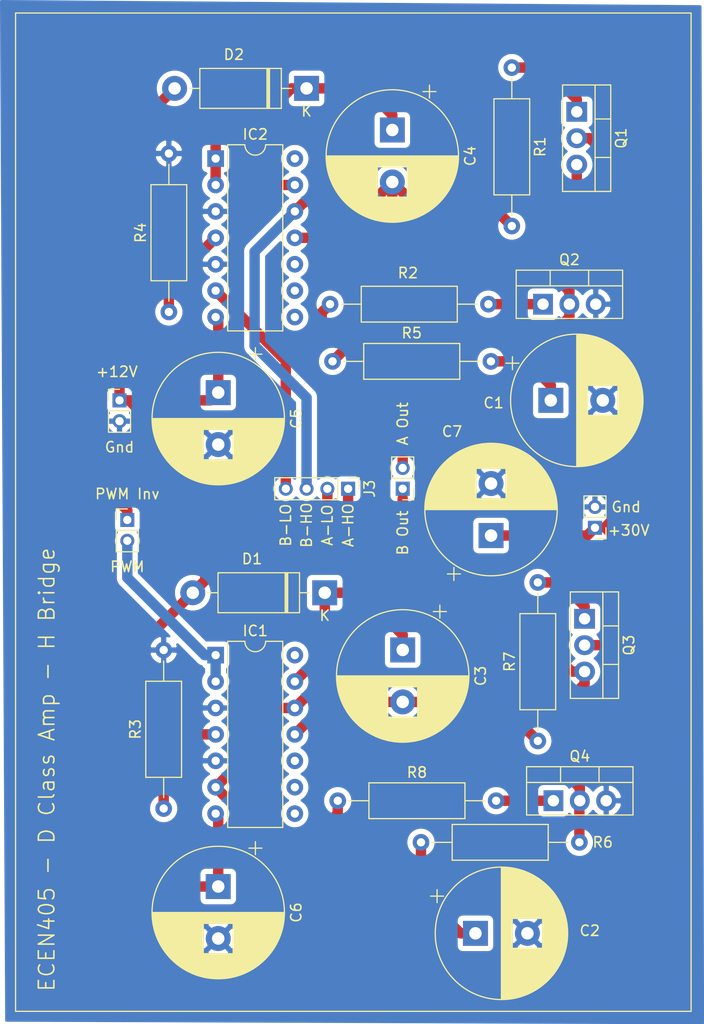
<source format=kicad_pcb>
(kicad_pcb (version 20171130) (host pcbnew 5.1.5+dfsg1-2build2)
  (layers (0 F.Cu signal) (31 B.Cu signal) (34 B.Paste user) (35 F.Paste user) (36 B.SilkS user) (37 F.SilkS user) (38 B.Mask user) (39 F.Mask user) (44 Edge.Cuts user))
  (net 0 "")
  (net 1 "Net-(C1-Pad1)")
  (net 2 GND)
  (net 3 "Net-(C2-Pad1)")
  (net 4 "Net-(C3-Pad1)")
  (net 5 AVS)
  (net 6 BVS)
  (net 7 "Net-(C4-Pad1)")
  (net 8 +12V)
  (net 9 PWM)
  (net 10 "Net-(IC1-Pad8)")
  (net 11 "Net-(IC1-Pad9)")
  (net 12 "Net-(IC1-Pad10)")
  (net 13 "Net-(IC1-Pad4)")
  (net 14 AHO)
  (net 15 ALO)
  (net 16 "Net-(IC1-Pad14)")
  (net 17 "Net-(IC2-Pad14)")
  (net 18 BLO)
  (net 19 BHO)
  (net 20 "Net-(IC2-Pad4)")
  (net 21 "Net-(IC2-Pad10)")
  (net 22 "Net-(IC2-Pad9)")
  (net 23 PWMInv)
  (net 24 "Net-(IC2-Pad8)")
  (net 25 +24V)
  (net 26 "Net-(Q1-Pad1)")
  (net 27 "Net-(Q2-Pad1)")
  (net 28 "Net-(Q3-Pad1)")
  (net 29 "Net-(Q4-Pad1)")
  (module Connector_PinHeader_2.00mm:PinHeader_1x02_P2.00mm_Vertical (layer F.Cu) (at 97.25 79.75 180)
    (fp_text reference J1 hide)
    (fp_text value ToFilterConnector)
    (pad 1 thru_hole rect (at 0 0 180) (size 1.35 1.35) (drill 0.8) (layers *.Cu *.Mask) (net 5 AVS))
    (pad 2 thru_hole oval (at 0 2 180) (size 1.35 1.35) (drill 0.8) (layers *.Cu *.Mask) (net 6 BVS))
  )
  (module Capacitor_THT:CP_Radial_D12.5mm_P5.00mm (layer F.Cu) (at 105.75 84.25 90)
    (fp_text reference C7 (at 10 -3.75 180) (layer F.SilkS))
    (fp_text value C)
    (pad 1 thru_hole rect (at 0 0 90) (size 2.4 2.4) (drill 1.2) (layers *.Cu *.Mask) (net 25 +24V))
    (pad 2 thru_hole circle (at 5 0 90) (size 2.4 2.4) (drill 1.2) (layers *.Cu *.Mask) (net 2 GND))
  )
  (module Capacitor_THT:CP_Radial_D12.5mm_P5.00mm (layer F.Cu) (at 111.5 71.25)
    (fp_text reference C1 (at -5.5 0.25) (layer F.SilkS))
    (fp_text value C)
    (pad 1 thru_hole rect (at 0 0) (size 2.4 2.4) (drill 1.2) (layers *.Cu *.Mask) (net 1 "Net-(C1-Pad1)"))
    (pad 2 thru_hole circle (at 5 0) (size 2.4 2.4) (drill 1.2) (layers *.Cu *.Mask) (net 2 GND))
  )
  (module Capacitor_THT:CP_Radial_D12.5mm_P5.00mm (layer F.Cu) (at 104.25 122.5)
    (fp_text reference C2 (at 11 -0.25) (layer F.SilkS))
    (fp_text value C)
    (pad 1 thru_hole rect (at 0 0) (size 2.4 2.4) (drill 1.2) (layers *.Cu *.Mask) (net 3 "Net-(C2-Pad1)"))
    (pad 2 thru_hole circle (at 5 0) (size 2.4 2.4) (drill 1.2) (layers *.Cu *.Mask) (net 2 GND))
  )
  (module Capacitor_THT:CP_Radial_D12.5mm_P5.00mm (layer F.Cu) (at 97.25 95.25 270)
    (fp_text reference C3 (at 2.5 -7.5 90) (layer F.SilkS))
    (fp_text value C)
    (pad 1 thru_hole rect (at 0 0 270) (size 2.4 2.4) (drill 1.2) (layers *.Cu *.Mask) (net 4 "Net-(C3-Pad1)"))
    (pad 2 thru_hole circle (at 5 0 270) (size 2.4 2.4) (drill 1.2) (layers *.Cu *.Mask) (net 5 AVS))
  )
  (module Capacitor_THT:CP_Radial_D12.5mm_P5.00mm (layer F.Cu) (at 96.25 45.25 270)
    (fp_text reference C4 (at 2.5 -7.5 90) (layer F.SilkS))
    (fp_text value C)
    (pad 2 thru_hole circle (at 5 0 270) (size 2.4 2.4) (drill 1.2) (layers *.Cu *.Mask) (net 6 BVS))
    (pad 1 thru_hole rect (at 0 0 270) (size 2.4 2.4) (drill 1.2) (layers *.Cu *.Mask) (net 7 "Net-(C4-Pad1)"))
  )
  (module Capacitor_THT:CP_Radial_D12.5mm_P5.00mm (layer F.Cu) (at 79.5 70.5 270)
    (fp_text reference C5 (at 2.5 -7.5 90) (layer F.SilkS))
    (fp_text value C)
    (pad 2 thru_hole circle (at 5 0 270) (size 2.4 2.4) (drill 1.2) (layers *.Cu *.Mask) (net 2 GND))
    (pad 1 thru_hole rect (at 0 0 270) (size 2.4 2.4) (drill 1.2) (layers *.Cu *.Mask) (net 8 +12V))
  )
  (module Capacitor_THT:CP_Radial_D12.5mm_P5.00mm (layer F.Cu) (at 79.5 118 270)
    (fp_text reference C6 (at 2.5 -7.5 90) (layer F.SilkS))
    (fp_text value C)
    (pad 2 thru_hole circle (at 5 0 270) (size 2.4 2.4) (drill 1.2) (layers *.Cu *.Mask) (net 2 GND))
    (pad 1 thru_hole rect (at 0 0 270) (size 2.4 2.4) (drill 1.2) (layers *.Cu *.Mask) (net 8 +12V))
  )
  (module Diode_THT:D_DO-15_P12.70mm_Horizontal (layer F.Cu) (at 89.75 89.75 180)
    (fp_text reference D1 (at 7 3.25) (layer F.SilkS))
    (fp_text value D)
    (fp_text user K (at 0 -2.2) (layer F.SilkS))
    (pad 1 thru_hole rect (at 0 0 180) (size 2.4 2.4) (drill 1.2) (layers *.Cu *.Mask) (net 4 "Net-(C3-Pad1)"))
    (pad 2 thru_hole oval (at 12.7 0 180) (size 2.4 2.4) (drill 1.2) (layers *.Cu *.Mask) (net 8 +12V))
  )
  (module Diode_THT:D_DO-15_P12.70mm_Horizontal (layer F.Cu) (at 88 41.25 180)
    (fp_text reference D2 (at 7 3.25) (layer F.SilkS))
    (fp_text value D)
    (fp_text user K (at 0 -2.2) (layer F.SilkS))
    (pad 2 thru_hole oval (at 12.7 0 180) (size 2.4 2.4) (drill 1.2) (layers *.Cu *.Mask) (net 8 +12V))
    (pad 1 thru_hole rect (at 0 0 180) (size 2.4 2.4) (drill 1.2) (layers *.Cu *.Mask) (net 7 "Net-(C4-Pad1)"))
  )
  (module Package_DIP:DIP-14_W7.62mm (layer F.Cu) (at 79.25 95.75)
    (fp_text reference IC1 (at 3.81 -2.33) (layer F.SilkS))
    (fp_text value IR21834PBF)
    (pad 1 thru_hole rect (at 0 0) (size 1.6 1.6) (drill 0.8) (layers *.Cu *.Mask) (net 9 PWM))
    (pad 8 thru_hole oval (at 7.62 15.24) (size 1.6 1.6) (drill 0.8) (layers *.Cu *.Mask) (net 10 "Net-(IC1-Pad8)"))
    (pad 2 thru_hole oval (at 0 2.54) (size 1.6 1.6) (drill 0.8) (layers *.Cu *.Mask) (net 9 PWM))
    (pad 9 thru_hole oval (at 7.62 12.7) (size 1.6 1.6) (drill 0.8) (layers *.Cu *.Mask) (net 11 "Net-(IC1-Pad9)"))
    (pad 3 thru_hole oval (at 0 5.08) (size 1.6 1.6) (drill 0.8) (layers *.Cu *.Mask) (net 2 GND))
    (pad 10 thru_hole oval (at 7.62 10.16) (size 1.6 1.6) (drill 0.8) (layers *.Cu *.Mask) (net 12 "Net-(IC1-Pad10)"))
    (pad 4 thru_hole oval (at 0 7.62) (size 1.6 1.6) (drill 0.8) (layers *.Cu *.Mask) (net 13 "Net-(IC1-Pad4)"))
    (pad 11 thru_hole oval (at 7.62 7.62) (size 1.6 1.6) (drill 0.8) (layers *.Cu *.Mask) (net 5 AVS))
    (pad 5 thru_hole oval (at 0 10.16) (size 1.6 1.6) (drill 0.8) (layers *.Cu *.Mask) (net 2 GND))
    (pad 12 thru_hole oval (at 7.62 5.08) (size 1.6 1.6) (drill 0.8) (layers *.Cu *.Mask) (net 14 AHO))
    (pad 6 thru_hole oval (at 0 12.7) (size 1.6 1.6) (drill 0.8) (layers *.Cu *.Mask) (net 15 ALO))
    (pad 13 thru_hole oval (at 7.62 2.54) (size 1.6 1.6) (drill 0.8) (layers *.Cu *.Mask) (net 4 "Net-(C3-Pad1)"))
    (pad 7 thru_hole oval (at 0 15.24) (size 1.6 1.6) (drill 0.8) (layers *.Cu *.Mask) (net 8 +12V))
    (pad 14 thru_hole oval (at 7.62 0) (size 1.6 1.6) (drill 0.8) (layers *.Cu *.Mask) (net 16 "Net-(IC1-Pad14)"))
  )
  (module Package_DIP:DIP-14_W7.62mm (layer F.Cu) (at 79.25 48)
    (fp_text reference IC2 (at 3.81 -2.33) (layer F.SilkS))
    (fp_text value IR21834PBF)
    (pad 14 thru_hole oval (at 7.62 0) (size 1.6 1.6) (drill 0.8) (layers *.Cu *.Mask) (net 17 "Net-(IC2-Pad14)"))
    (pad 7 thru_hole oval (at 0 15.24) (size 1.6 1.6) (drill 0.8) (layers *.Cu *.Mask) (net 8 +12V))
    (pad 13 thru_hole oval (at 7.62 2.54) (size 1.6 1.6) (drill 0.8) (layers *.Cu *.Mask) (net 7 "Net-(C4-Pad1)"))
    (pad 6 thru_hole oval (at 0 12.7) (size 1.6 1.6) (drill 0.8) (layers *.Cu *.Mask) (net 18 BLO))
    (pad 12 thru_hole oval (at 7.62 5.08) (size 1.6 1.6) (drill 0.8) (layers *.Cu *.Mask) (net 19 BHO))
    (pad 5 thru_hole oval (at 0 10.16) (size 1.6 1.6) (drill 0.8) (layers *.Cu *.Mask) (net 2 GND))
    (pad 11 thru_hole oval (at 7.62 7.62) (size 1.6 1.6) (drill 0.8) (layers *.Cu *.Mask) (net 6 BVS))
    (pad 4 thru_hole oval (at 0 7.62) (size 1.6 1.6) (drill 0.8) (layers *.Cu *.Mask) (net 20 "Net-(IC2-Pad4)"))
    (pad 10 thru_hole oval (at 7.62 10.16) (size 1.6 1.6) (drill 0.8) (layers *.Cu *.Mask) (net 21 "Net-(IC2-Pad10)"))
    (pad 3 thru_hole oval (at 0 5.08) (size 1.6 1.6) (drill 0.8) (layers *.Cu *.Mask) (net 2 GND))
    (pad 9 thru_hole oval (at 7.62 12.7) (size 1.6 1.6) (drill 0.8) (layers *.Cu *.Mask) (net 22 "Net-(IC2-Pad9)"))
    (pad 2 thru_hole oval (at 0 2.54) (size 1.6 1.6) (drill 0.8) (layers *.Cu *.Mask) (net 23 PWMInv))
    (pad 8 thru_hole oval (at 7.62 15.24) (size 1.6 1.6) (drill 0.8) (layers *.Cu *.Mask) (net 24 "Net-(IC2-Pad8)"))
    (pad 1 thru_hole rect (at 0 0) (size 1.6 1.6) (drill 0.8) (layers *.Cu *.Mask) (net 23 PWMInv))
  )
  (module Connector_PinHeader_2.00mm:PinHeader_1x02_P2.00mm_Vertical (layer F.Cu) (at 70.75 82.75)
    (fp_text reference J2 hide)
    (fp_text value PWMInputConnector)
    (pad 2 thru_hole oval (at 0 2) (size 1.35 1.35) (drill 0.8) (layers *.Cu *.Mask) (net 9 PWM))
    (pad 1 thru_hole rect (at 0 0) (size 1.35 1.35) (drill 0.8) (layers *.Cu *.Mask) (net 23 PWMInv))
  )
  (module Connector_PinHeader_2.00mm:PinHeader_1x04_P2.00mm_Vertical (layer F.Cu) (at 92 79.75 270)
    (fp_text reference J3 (at 0 -2.06 90) (layer F.SilkS))
    (fp_text value MosfetGateTestpoints)
    (pad 1 thru_hole rect (at 0 0 270) (size 1.35 1.35) (drill 0.8) (layers *.Cu *.Mask) (net 14 AHO))
    (pad 2 thru_hole oval (at 0 2 270) (size 1.35 1.35) (drill 0.8) (layers *.Cu *.Mask) (net 15 ALO))
    (pad 3 thru_hole oval (at 0 4 270) (size 1.35 1.35) (drill 0.8) (layers *.Cu *.Mask) (net 19 BHO))
    (pad 4 thru_hole oval (at 0 6 270) (size 1.35 1.35) (drill 0.8) (layers *.Cu *.Mask) (net 18 BLO))
  )
  (module Connector_PinHeader_2.00mm:PinHeader_1x02_P2.00mm_Vertical (layer F.Cu) (at 70 71.25)
    (fp_text reference J4 hide)
    (fp_text value +12VConnector)
    (pad 2 thru_hole oval (at 0 2) (size 1.35 1.35) (drill 0.8) (layers *.Cu *.Mask) (net 2 GND))
    (pad 1 thru_hole rect (at 0 0) (size 1.35 1.35) (drill 0.8) (layers *.Cu *.Mask) (net 8 +12V))
  )
  (module Connector_PinHeader_2.00mm:PinHeader_1x02_P2.00mm_Vertical (layer F.Cu) (at 115.75 83.5 180)
    (fp_text reference J5 hide)
    (fp_text value +24VConnector)
    (pad 1 thru_hole rect (at 0 0 180) (size 1.35 1.35) (drill 0.8) (layers *.Cu *.Mask) (net 25 +24V))
    (pad 2 thru_hole oval (at 0 2 180) (size 1.35 1.35) (drill 0.8) (layers *.Cu *.Mask) (net 2 GND))
  )
  (module Package_TO_SOT_THT:TO-220-3_Vertical (layer F.Cu) (at 114 43.5 270)
    (fp_text reference Q1 (at 2.54 -4.27 90) (layer F.SilkS))
    (fp_text value IRF540N)
    (pad 1 thru_hole rect (at 0 0 270) (size 1.905 2) (drill 1.1) (layers *.Cu *.Mask) (net 26 "Net-(Q1-Pad1)"))
    (pad 2 thru_hole oval (at 2.54 0 270) (size 1.905 2) (drill 1.1) (layers *.Cu *.Mask) (net 25 +24V))
    (pad 3 thru_hole oval (at 5.08 0 270) (size 1.905 2) (drill 1.1) (layers *.Cu *.Mask) (net 6 BVS))
  )
  (module Package_TO_SOT_THT:TO-220-3_Vertical (layer F.Cu) (at 110.75 62)
    (fp_text reference Q2 (at 2.54 -4.27) (layer F.SilkS))
    (fp_text value IRF540N)
    (pad 1 thru_hole rect (at 0 0) (size 1.905 2) (drill 1.1) (layers *.Cu *.Mask) (net 27 "Net-(Q2-Pad1)"))
    (pad 2 thru_hole oval (at 2.54 0) (size 1.905 2) (drill 1.1) (layers *.Cu *.Mask) (net 6 BVS))
    (pad 3 thru_hole oval (at 5.08 0) (size 1.905 2) (drill 1.1) (layers *.Cu *.Mask) (net 2 GND))
  )
  (module Package_TO_SOT_THT:TO-220-3_Vertical (layer F.Cu) (at 114.75 92.25 270)
    (fp_text reference Q3 (at 2.54 -4.27 90) (layer F.SilkS))
    (fp_text value IRF540N)
    (pad 3 thru_hole oval (at 5.08 0 270) (size 1.905 2) (drill 1.1) (layers *.Cu *.Mask) (net 5 AVS))
    (pad 2 thru_hole oval (at 2.54 0 270) (size 1.905 2) (drill 1.1) (layers *.Cu *.Mask) (net 25 +24V))
    (pad 1 thru_hole rect (at 0 0 270) (size 1.905 2) (drill 1.1) (layers *.Cu *.Mask) (net 28 "Net-(Q3-Pad1)"))
  )
  (module Package_TO_SOT_THT:TO-220-3_Vertical (layer F.Cu) (at 111.75 109.75)
    (fp_text reference Q4 (at 2.54 -4.27) (layer F.SilkS))
    (fp_text value IRF540N)
    (pad 3 thru_hole oval (at 5.08 0) (size 1.905 2) (drill 1.1) (layers *.Cu *.Mask) (net 2 GND))
    (pad 2 thru_hole oval (at 2.54 0) (size 1.905 2) (drill 1.1) (layers *.Cu *.Mask) (net 5 AVS))
    (pad 1 thru_hole rect (at 0 0) (size 1.905 2) (drill 1.1) (layers *.Cu *.Mask) (net 29 "Net-(Q4-Pad1)"))
  )
  (module Resistor_THT:R_Axial_DIN0309_L9.0mm_D3.2mm_P15.24mm_Horizontal (layer F.Cu) (at 107.75 39.25 270)
    (fp_text reference R1 (at 7.62 -2.72 90) (layer F.SilkS))
    (fp_text value R)
    (pad 2 thru_hole oval (at 15.24 0 270) (size 1.6 1.6) (drill 0.8) (layers *.Cu *.Mask) (net 19 BHO))
    (pad 1 thru_hole circle (at 0 0 270) (size 1.6 1.6) (drill 0.8) (layers *.Cu *.Mask) (net 26 "Net-(Q1-Pad1)"))
  )
  (module Resistor_THT:R_Axial_DIN0309_L9.0mm_D3.2mm_P15.24mm_Horizontal (layer F.Cu) (at 105.5 62 180)
    (fp_text reference R2 (at 7.75 3) (layer F.SilkS))
    (fp_text value R)
    (pad 1 thru_hole circle (at 0 0 180) (size 1.6 1.6) (drill 0.8) (layers *.Cu *.Mask) (net 27 "Net-(Q2-Pad1)"))
    (pad 2 thru_hole oval (at 15.24 0 180) (size 1.6 1.6) (drill 0.8) (layers *.Cu *.Mask) (net 18 BLO))
  )
  (module Resistor_THT:R_Axial_DIN0309_L9.0mm_D3.2mm_P15.24mm_Horizontal (layer F.Cu) (at 74.25 110.5 90)
    (fp_text reference R3 (at 7.62 -2.72 90) (layer F.SilkS))
    (fp_text value R)
    (pad 2 thru_hole oval (at 15.24 0 90) (size 1.6 1.6) (drill 0.8) (layers *.Cu *.Mask) (net 2 GND))
    (pad 1 thru_hole circle (at 0 0 90) (size 1.6 1.6) (drill 0.8) (layers *.Cu *.Mask) (net 13 "Net-(IC1-Pad4)"))
  )
  (module Resistor_THT:R_Axial_DIN0309_L9.0mm_D3.2mm_P15.24mm_Horizontal (layer F.Cu) (at 74.75 62.75 90)
    (fp_text reference R4 (at 7.62 -2.72 90) (layer F.SilkS))
    (fp_text value R)
    (pad 1 thru_hole circle (at 0 0 90) (size 1.6 1.6) (drill 0.8) (layers *.Cu *.Mask) (net 20 "Net-(IC2-Pad4)"))
    (pad 2 thru_hole oval (at 15.24 0 90) (size 1.6 1.6) (drill 0.8) (layers *.Cu *.Mask) (net 2 GND))
  )
  (module Resistor_THT:R_Axial_DIN0309_L9.0mm_D3.2mm_P15.24mm_Horizontal (layer F.Cu) (at 90.5 67.5)
    (fp_text reference R5 (at 7.62 -2.72) (layer F.SilkS))
    (fp_text value R)
    (pad 2 thru_hole oval (at 15.24 0) (size 1.6 1.6) (drill 0.8) (layers *.Cu *.Mask) (net 1 "Net-(C1-Pad1)"))
    (pad 1 thru_hole circle (at 0 0) (size 1.6 1.6) (drill 0.8) (layers *.Cu *.Mask) (net 6 BVS))
  )
  (module Resistor_THT:R_Axial_DIN0309_L9.0mm_D3.2mm_P15.24mm_Horizontal (layer F.Cu) (at 114.25 113.75 180)
    (fp_text reference R6 (at -2.25 0) (layer F.SilkS))
    (fp_text value R)
    (pad 1 thru_hole circle (at 0 0 180) (size 1.6 1.6) (drill 0.8) (layers *.Cu *.Mask) (net 5 AVS))
    (pad 2 thru_hole oval (at 15.24 0 180) (size 1.6 1.6) (drill 0.8) (layers *.Cu *.Mask) (net 3 "Net-(C2-Pad1)"))
  )
  (module Resistor_THT:R_Axial_DIN0309_L9.0mm_D3.2mm_P15.24mm_Horizontal (layer F.Cu) (at 110.25 104 90)
    (fp_text reference R7 (at 7.62 -2.72 90) (layer F.SilkS))
    (fp_text value R)
    (pad 2 thru_hole oval (at 15.24 0 90) (size 1.6 1.6) (drill 0.8) (layers *.Cu *.Mask) (net 28 "Net-(Q3-Pad1)"))
    (pad 1 thru_hole circle (at 0 0 90) (size 1.6 1.6) (drill 0.8) (layers *.Cu *.Mask) (net 14 AHO))
  )
  (module Resistor_THT:R_Axial_DIN0309_L9.0mm_D3.2mm_P15.24mm_Horizontal (layer F.Cu) (at 91 109.75)
    (fp_text reference R8 (at 7.62 -2.72) (layer F.SilkS))
    (fp_text value R)
    (pad 1 thru_hole circle (at 0 0) (size 1.6 1.6) (drill 0.8) (layers *.Cu *.Mask) (net 15 ALO))
    (pad 2 thru_hole oval (at 15.24 0) (size 1.6 1.6) (drill 0.8) (layers *.Cu *.Mask) (net 29 "Net-(Q4-Pad1)"))
  )
  (gr_text A-HO (at 92 83.25 90) (layer F.SilkS) (effects (font (size 1 1))))
  (gr_text A-LO (at 90 83.25 90) (layer F.SilkS) (effects (font (size 1 1))))
  (gr_text B-HO (at 88 83.25 90) (layer F.SilkS) (effects (font (size 1 1))))
  (gr_text B-LO (at 86 83.25 90) (layer F.SilkS) (effects (font (size 1 1))))
  (gr_text "ECEN405 - D Class Amp - H Bridge" (at 63 106.75 90) (layer F.SilkS) (effects (font (size 1.5 1.5))))
  (gr_text +30V (at 119 83.75) (layer F.SilkS) (effects (font (size 1 1))))
  (gr_text Gnd (at 118.75 81.5) (layer F.SilkS) (effects (font (size 1 1))))
  (gr_text "PWM Inv" (at 70.75 80.25) (layer F.SilkS) (effects (font (size 1 1))))
  (gr_text PWM (at 70.75 87.25) (layer F.SilkS) (effects (font (size 1 1))))
  (gr_text Gnd (at 70 75.75) (layer F.SilkS) (effects (font (size 1 1))))
  (gr_text +12V (at 69.75 68.5) (layer F.SilkS) (effects (font (size 1 1))))
  (gr_text "B Out" (at 97.25 84 90) (layer F.SilkS) (effects (font (size 1 1))))
  (gr_text "A Out" (at 97.25 73.5 90) (layer F.SilkS) (effects (font (size 1 1))))
  (gr_line (start 60 130) (end 60 34) (layer F.SilkS) (width 0.12))
  (gr_line (start 125 130) (end 60 130) (layer F.SilkS) (width 0.12))
  (gr_line (start 125 34) (end 125 130) (layer F.SilkS) (width 0.12))
  (gr_line (start 60 34) (end 125 34) (layer F.SilkS) (width 0.12))
  (segment (start 111.5 69.8) (end 111.5 71.25) (width 1) (layer F.Cu) (net 1))
  (segment (start 109.2 67.5) (end 111.5 69.8) (width 1) (layer F.Cu) (net 1))
  (segment (start 105.74 67.5) (end 109.2 67.5) (width 1) (layer F.Cu) (net 1))
  (segment (start 99.01 114.88137) (end 99.01 113.75) (width 1) (layer F.Cu) (net 3))
  (segment (start 99.01 118.71) (end 99.01 114.88137) (width 1) (layer F.Cu) (net 3))
  (segment (start 102.8 122.5) (end 99.01 118.71) (width 1) (layer F.Cu) (net 3))
  (segment (start 104.25 122.5) (end 102.8 122.5) (width 1) (layer F.Cu) (net 3))
  (segment (start 91.2 89.75) (end 89.75 89.75) (width 1) (layer F.Cu) (net 4))
  (segment (start 93.2 89.75) (end 91.2 89.75) (width 1) (layer F.Cu) (net 4))
  (segment (start 97.25 93.8) (end 93.2 89.75) (width 1) (layer F.Cu) (net 4))
  (segment (start 97.25 95.25) (end 97.25 93.8) (width 1) (layer F.Cu) (net 4))
  (segment (start 89.75 91.2) (end 89.75 89.75) (width 0.25) (layer F.Cu) (net 4))
  (segment (start 89.75 95.41) (end 89.75 89.75) (width 1) (layer F.Cu) (net 4))
  (segment (start 86.87 98.29) (end 89.75 95.41) (width 1) (layer F.Cu) (net 4))
  (segment (start 89.99 100.25) (end 86.87 103.37) (width 1) (layer F.Cu) (net 5))
  (segment (start 97.25 100.25) (end 89.99 100.25) (width 1) (layer F.Cu) (net 5))
  (segment (start 114.75 98.5325) (end 114.75 97.33) (width 1) (layer F.Cu) (net 5))
  (segment (start 114.29 98.9925) (end 114.75 98.5325) (width 1) (layer F.Cu) (net 5))
  (segment (start 114.29 109.75) (end 114.29 98.9925) (width 1) (layer F.Cu) (net 5))
  (segment (start 114.29 109.7025) (end 114.29 109.75) (width 0.25) (layer F.Cu) (net 5))
  (segment (start 114.29 108.5) (end 112.54 106.75) (width 1) (layer F.Cu) (net 5))
  (segment (start 114.29 109.75) (end 114.29 108.5) (width 0.25) (layer F.Cu) (net 5))
  (segment (start 112.54 106.75) (end 107.75 106.75) (width 1) (layer F.Cu) (net 5))
  (segment (start 101.25 100.25) (end 97.25 100.25) (width 1) (layer F.Cu) (net 5))
  (segment (start 107.75 106.75) (end 101.25 100.25) (width 1) (layer F.Cu) (net 5))
  (segment (start 114.25 109.79) (end 114.29 109.75) (width 0.25) (layer F.Cu) (net 5))
  (segment (start 114.25 113.75) (end 114.25 109.79) (width 1) (layer F.Cu) (net 5))
  (segment (start 97.25 81.08) (end 97.25 80.675) (width 1) (layer F.Cu) (net 5))
  (segment (start 97.25 80.675) (end 97.25 79.75) (width 0.25) (layer F.Cu) (net 5))
  (segment (start 113.5 97.33) (end 97.25 81.08) (width 1) (layer F.Cu) (net 5))
  (segment (start 114.75 97.33) (end 113.5 97.33) (width 1) (layer F.Cu) (net 5))
  (segment (start 90.88 55.62) (end 96.25 50.25) (width 1) (layer F.Cu) (net 6))
  (segment (start 86.87 55.62) (end 90.88 55.62) (width 1) (layer F.Cu) (net 6))
  (segment (start 96.25 61.75) (end 96.25 50.25) (width 1) (layer F.Cu) (net 6))
  (segment (start 90.5 67.5) (end 96.25 61.75) (width 1) (layer F.Cu) (net 6))
  (segment (start 97.25 77.75) (end 97.25 69) (width 1) (layer F.Cu) (net 6))
  (segment (start 97.25 69) (end 101.5 64.75) (width 1) (layer F.Cu) (net 6))
  (segment (start 111.79 64.75) (end 113.29 63.25) (width 1) (layer F.Cu) (net 6))
  (segment (start 113.29 63.25) (end 113.29 62) (width 1) (layer F.Cu) (net 6))
  (segment (start 101.5 64.75) (end 111.79 64.75) (width 1) (layer F.Cu) (net 6))
  (segment (start 113.29 62) (end 113.29 53.21) (width 1) (layer F.Cu) (net 6))
  (segment (start 114 52.5) (end 114 48.58) (width 1) (layer F.Cu) (net 6))
  (segment (start 113.29 53.21) (end 114 52.5) (width 1) (layer F.Cu) (net 6))
  (segment (start 113.29 60.75) (end 110.04 57.5) (width 1) (layer F.Cu) (net 6))
  (segment (start 113.29 62) (end 113.29 60.75) (width 0.25) (layer F.Cu) (net 6))
  (segment (start 103.5 57.5) (end 96.25 50.25) (width 1) (layer F.Cu) (net 6))
  (segment (start 110.04 57.5) (end 103.5 57.5) (width 1) (layer F.Cu) (net 6))
  (segment (start 96.25 43.8) (end 96.25 45.25) (width 1) (layer F.Cu) (net 7))
  (segment (start 93.7 41.25) (end 96.25 43.8) (width 1) (layer F.Cu) (net 7))
  (segment (start 88 41.25) (end 93.7 41.25) (width 1) (layer F.Cu) (net 7))
  (segment (start 86.87 50.54) (end 85.04 50.54) (width 1) (layer F.Cu) (net 7))
  (segment (start 85.04 50.54) (end 84 49.5) (width 1) (layer F.Cu) (net 7))
  (segment (start 86.55 41.25) (end 88 41.25) (width 1) (layer F.Cu) (net 7))
  (segment (start 84 43.8) (end 86.55 41.25) (width 1) (layer F.Cu) (net 7))
  (segment (start 84 49.5) (end 84 43.8) (width 1) (layer F.Cu) (net 7))
  (segment (start 79.5 111.24) (end 79.25 110.99) (width 0.25) (layer F.Cu) (net 8))
  (segment (start 79.5 118) (end 79.5 111.24) (width 1) (layer F.Cu) (net 8))
  (segment (start 79.5 63.49) (end 79.25 63.24) (width 0.25) (layer F.Cu) (net 8))
  (segment (start 79.5 70.5) (end 79.5 63.49) (width 1) (layer F.Cu) (net 8))
  (segment (start 78.75 71.25) (end 79.5 70.5) (width 0.25) (layer F.Cu) (net 8))
  (segment (start 70 71.25) (end 78.75 71.25) (width 1) (layer F.Cu) (net 8))
  (segment (start 70 46.55) (end 75.3 41.25) (width 1) (layer F.Cu) (net 8))
  (segment (start 70 71.25) (end 70 46.55) (width 1) (layer F.Cu) (net 8))
  (segment (start 70.925 71.25) (end 70 71.25) (width 0.25) (layer F.Cu) (net 8))
  (segment (start 78.249999 78.574999) (end 70.925 71.25) (width 1) (layer F.Cu) (net 8))
  (segment (start 78.249999 88.550001) (end 78.249999 78.574999) (width 1) (layer F.Cu) (net 8))
  (segment (start 77.05 89.75) (end 78.249999 88.550001) (width 1) (layer F.Cu) (net 8))
  (segment (start 75.850001 90.949999) (end 77.05 89.75) (width 1) (layer F.Cu) (net 8))
  (segment (start 70.75 96.05) (end 75.850001 90.949999) (width 1) (layer F.Cu) (net 8))
  (segment (start 70.75 113.25) (end 70.75 96.05) (width 1) (layer F.Cu) (net 8))
  (segment (start 75.5 118) (end 70.75 113.25) (width 1) (layer F.Cu) (net 8))
  (segment (start 79.5 118) (end 75.5 118) (width 1) (layer F.Cu) (net 8))
  (segment (start 78.2 95.75) (end 70.75 88.3) (width 1) (layer B.Cu) (net 9))
  (segment (start 79.25 95.75) (end 78.2 95.75) (width 1) (layer B.Cu) (net 9))
  (segment (start 70.75 88.3) (end 70.75 84.75) (width 1) (layer B.Cu) (net 9))
  (segment (start 79.25 98.29) (end 79.25 95.75) (width 1) (layer B.Cu) (net 9))
  (segment (start 74.25 110.5) (end 74.25 106) (width 1) (layer F.Cu) (net 13))
  (segment (start 76.88 103.37) (end 79.25 103.37) (width 1) (layer F.Cu) (net 13))
  (segment (start 74.25 106) (end 76.88 103.37) (width 1) (layer F.Cu) (net 13))
  (segment (start 104.25 98) (end 110.25 104) (width 1) (layer F.Cu) (net 14))
  (segment (start 86.87 100.83) (end 85.33 100.83) (width 1) (layer F.Cu) (net 14))
  (segment (start 85.33 100.83) (end 84.25 99.75) (width 1) (layer F.Cu) (net 14))
  (segment (start 84.25 99.75) (end 84.25 89.5) (width 1) (layer F.Cu) (net 14))
  (segment (start 84.25 89.5) (end 89 84.75) (width 1) (layer F.Cu) (net 14))
  (segment (start 89 84.75) (end 91 84.75) (width 1) (layer F.Cu) (net 14))
  (segment (start 92 83.75) (end 92 79.75) (width 1) (layer F.Cu) (net 14))
  (segment (start 91 84.75) (end 92 83.75) (width 1) (layer F.Cu) (net 14))
  (segment (start 86.87 100.83) (end 89.7 98) (width 1) (layer F.Cu) (net 14))
  (segment (start 90.25 98) (end 104.25 98) (width 1) (layer F.Cu) (net 14))
  (segment (start 89.7 98) (end 90.25 98) (width 1) (layer F.Cu) (net 14))
  (segment (start 90 98) (end 90.25 98) (width 0.25) (layer F.Cu) (net 14))
  (segment (start 91 111) (end 91 109.75) (width 1) (layer F.Cu) (net 15))
  (segment (start 88.5 113.5) (end 91 111) (width 1) (layer F.Cu) (net 15))
  (segment (start 84.3 113.5) (end 88.5 113.5) (width 1) (layer F.Cu) (net 15))
  (segment (start 79.25 108.45) (end 84.3 113.5) (width 1) (layer F.Cu) (net 15))
  (segment (start 79.25 108.45) (end 82.25 105.45) (width 1) (layer F.Cu) (net 15))
  (segment (start 82.25 105.45) (end 82.25 87.5) (width 1) (layer F.Cu) (net 15))
  (segment (start 82.25 87.5) (end 87.25 82.5) (width 1) (layer F.Cu) (net 15))
  (segment (start 87.25 82.5) (end 89.25 82.5) (width 1) (layer F.Cu) (net 15))
  (segment (start 90 81.75) (end 90 79.75) (width 1) (layer F.Cu) (net 15))
  (segment (start 89.25 82.5) (end 90 81.75) (width 1) (layer F.Cu) (net 15))
  (segment (start 89.460001 62.799999) (end 89.460001 64.039999) (width 1) (layer F.Cu) (net 18))
  (segment (start 90.26 62) (end 89.460001 62.799999) (width 1) (layer F.Cu) (net 18))
  (segment (start 89.460001 64.039999) (end 88.25 65.25) (width 1) (layer F.Cu) (net 18))
  (segment (start 83.8 65.25) (end 79.25 60.7) (width 1) (layer F.Cu) (net 18))
  (segment (start 88.25 65.25) (end 83.8 65.25) (width 1) (layer F.Cu) (net 18))
  (segment (start 86 67.45) (end 83.8 65.25) (width 1) (layer F.Cu) (net 18))
  (segment (start 86 79.75) (end 86 67.45) (width 1) (layer F.Cu) (net 18))
  (segment (start 106.950001 53.690001) (end 107.75 54.49) (width 1) (layer F.Cu) (net 19))
  (segment (start 92.25 47.75) (end 101.01 47.75) (width 1) (layer F.Cu) (net 19))
  (segment (start 87.719999 52.280001) (end 92.25 47.75) (width 1) (layer F.Cu) (net 19))
  (segment (start 87.669999 52.280001) (end 87.719999 52.280001) (width 0.25) (layer F.Cu) (net 19))
  (segment (start 101.01 47.75) (end 106.950001 53.690001) (width 1) (layer F.Cu) (net 19))
  (segment (start 86.87 53.08) (end 87.669999 52.280001) (width 1) (layer F.Cu) (net 19))
  (segment (start 88 79.75) (end 88 71) (width 1) (layer B.Cu) (net 19))
  (segment (start 88 71) (end 83 66) (width 1) (layer B.Cu) (net 19))
  (segment (start 83 66) (end 83 56.95) (width 1) (layer B.Cu) (net 19))
  (segment (start 83 56.95) (end 86.87 53.08) (width 1) (layer B.Cu) (net 19))
  (segment (start 74.75 60.12) (end 79.25 55.62) (width 1) (layer F.Cu) (net 20))
  (segment (start 74.75 62.75) (end 74.75 60.12) (width 1) (layer F.Cu) (net 20))
  (segment (start 79.25 50.54) (end 79.25 48) (width 1) (layer F.Cu) (net 23))
  (segment (start 70.75 81.825) (end 67.425 78.5) (width 1) (layer F.Cu) (net 23))
  (segment (start 70.75 82.75) (end 70.75 81.825) (width 1) (layer F.Cu) (net 23))
  (segment (start 67.425 78.5) (end 67.425 39.575) (width 1) (layer F.Cu) (net 23))
  (segment (start 67.425 39.575) (end 69.25 37.75) (width 1) (layer F.Cu) (net 23))
  (segment (start 69.25 37.75) (end 76 37.75) (width 1) (layer F.Cu) (net 23))
  (segment (start 79.25 41) (end 79.25 48) (width 1) (layer F.Cu) (net 23))
  (segment (start 76 37.75) (end 79.25 41) (width 1) (layer F.Cu) (net 23))
  (segment (start 115 84.25) (end 115.75 83.5) (width 1) (layer F.Cu) (net 25))
  (segment (start 105.75 84.25) (end 115 84.25) (width 1) (layer F.Cu) (net 25))
  (segment (start 116.675 83.5) (end 120.25 79.925) (width 1) (layer F.Cu) (net 25))
  (segment (start 115.75 83.5) (end 116.675 83.5) (width 0.25) (layer F.Cu) (net 25))
  (segment (start 115.25 46.04) (end 114 46.04) (width 1) (layer F.Cu) (net 25))
  (segment (start 120.25 51.04) (end 115.25 46.04) (width 1) (layer F.Cu) (net 25))
  (segment (start 120.25 79.925) (end 120.25 51.04) (width 1) (layer F.Cu) (net 25))
  (segment (start 114.75 94.79) (end 117.21 94.79) (width 1) (layer F.Cu) (net 25))
  (segment (start 117.21 94.79) (end 118.75 93.25) (width 1) (layer F.Cu) (net 25))
  (segment (start 118.75 93.25) (end 118.75 85.5) (width 1) (layer F.Cu) (net 25))
  (segment (start 116.75 83.5) (end 115.75 83.5) (width 0.25) (layer F.Cu) (net 25))
  (segment (start 118.75 85.5) (end 116.75 83.5) (width 1) (layer F.Cu) (net 25))
  (segment (start 108.88137 39.25) (end 107.75 39.25) (width 1) (layer F.Cu) (net 26))
  (segment (start 110.9525 39.25) (end 108.88137 39.25) (width 1) (layer F.Cu) (net 26))
  (segment (start 114 42.2975) (end 110.9525 39.25) (width 1) (layer F.Cu) (net 26))
  (segment (start 114 43.5) (end 114 42.2975) (width 1) (layer F.Cu) (net 26))
  (segment (start 105.5 62) (end 110.75 62) (width 1) (layer F.Cu) (net 27))
  (segment (start 111.38137 88.76) (end 110.25 88.76) (width 1) (layer F.Cu) (net 28))
  (segment (start 112.4625 88.76) (end 111.38137 88.76) (width 1) (layer F.Cu) (net 28))
  (segment (start 114.75 91.0475) (end 112.4625 88.76) (width 1) (layer F.Cu) (net 28))
  (segment (start 114.75 92.25) (end 114.75 91.0475) (width 1) (layer F.Cu) (net 28))
  (segment (start 107.37137 109.75) (end 111.75 109.75) (width 1) (layer F.Cu) (net 29))
  (segment (start 106.24 109.75) (end 107.37137 109.75) (width 1) (layer F.Cu) (net 29))
  (zone (net 2) (net_name GND) (layer B.Cu) (connect_pads (clearance 0.508)) (min_thickness 0.254) (fill yes (arc_segments 32) (thermal_gap 0.508) (thermal_bridge_width 0.508))
    (polygon (pts (xy 126 33.25) (xy 126.25 131.25) (xy 59 131) (xy 58.5 32.75)))
  )
)
</source>
